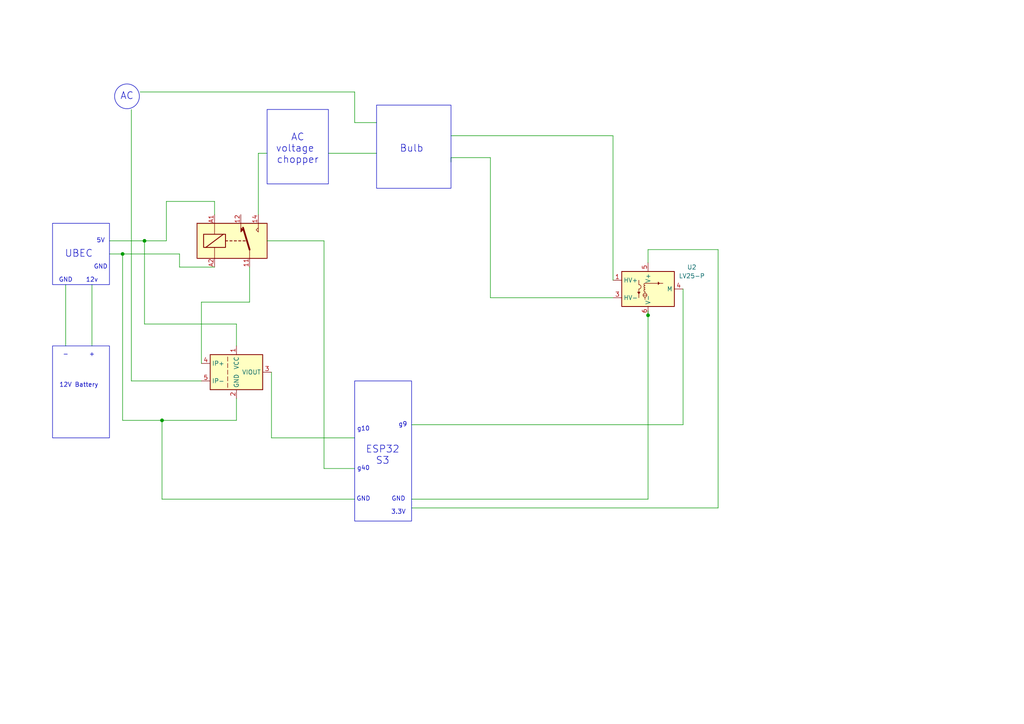
<source format=kicad_sch>
(kicad_sch (version 20231120) (generator "eeschema") (generator_version "8.0")
  (paper "A4")
  (lib_symbols
    (symbol "Relay:Fujitsu_FTR-LYCA005x"
      (property "Reference" "K" (at 11.43 3.81 0))
      (property "Value" "Fujitsu_FTR-LYCA005x" (at 11.43 1.27 0))
      (symbol "Fujitsu_FTR-LYCA005x_0_0"
        (polyline (pts (xy 7.62 5.08) (xy 7.62 2.54) (xy 6.985 3.175) (xy 7.62 3.81)))
      )
      (symbol "Fujitsu_FTR-LYCA005x_0_1"
        (rectangle (start -10.16 5.08) (end 10.16 -5.08) (stroke (width 0.254)) (fill (type background)))
        (rectangle (start -8.255 1.905) (end -1.905 -1.905) (stroke (width 0.254)))
        (polyline (pts (xy -7.62 -1.905) (xy -2.54 1.905)) (stroke (width 0.254)))
        (polyline (pts (xy -5.08 -5.08) (xy -5.08 -1.905)))
        (polyline (pts (xy -5.08 5.08) (xy -5.08 1.905)))
        (polyline (pts (xy -1.905 0) (xy -1.27 0)) (stroke (width 0.254)))
        (polyline (pts (xy -0.635 0) (xy 0 0)) (stroke (width 0.254)))
        (polyline (pts (xy 0.635 0) (xy 1.27 0)) (stroke (width 0.254)))
        (polyline (pts (xy 1.905 0) (xy 2.54 0)) (stroke (width 0.254)))
        (polyline (pts (xy 3.175 0) (xy 3.81 0)) (stroke (width 0.254)))
        (polyline (pts (xy 5.08 -2.54) (xy 3.175 3.81)) (stroke (width 0.508)))
        (polyline (pts (xy 5.08 -2.54) (xy 5.08 -5.08)))
        (polyline (pts (xy 2.54 5.08) (xy 2.54 2.54) (xy 3.175 3.175) (xy 2.54 3.81)) (fill (type outline)))
      )
      (symbol "Fujitsu_FTR-LYCA005x_1_1"
        (pin passive line (at 5.08 -7.62 90) (length 2.54) (name "~") (number "11"))
        (pin passive line (at 2.54 7.62 270) (length 2.54) (name "~") (number "12"))
        (pin passive line (at 7.62 7.62 270) (length 2.54) (name "~") (number "14"))
        (pin passive line (at -5.08 7.62 270) (length 2.54) (name "~") (number "A1"))
        (pin passive line (at -5.08 -7.62 90) (length 2.54) (name "~") (number "A2"))
      )
    )
    (symbol "Sensor_Current:ACS756xCB-100B-PFF"
      (property "Reference" "U" (at -7.62 6.35 0))
      (property "Value" "ACS756xCB-100B-PFF" (at 2.54 6.35 0))
      (symbol "ACS756xCB-100B-PFF_0_1"
        (rectangle (start -7.62 5.08) (end 7.62 -5.08) (stroke (width 0.254)) (fill (type background)))
        (polyline (pts (xy -2.54 -3.175) (xy -2.54 -4.445)))
        (polyline (pts (xy -2.54 -1.27) (xy -2.54 -2.54)))
        (polyline (pts (xy -2.54 0.635) (xy -2.54 -0.635)))
        (polyline (pts (xy -2.54 1.27) (xy -2.54 2.54)))
        (polyline (pts (xy -2.54 3.175) (xy -2.54 4.445)))
      )
      (symbol "ACS756xCB-100B-PFF_1_1"
        (pin power_in line (at 0 7.62 270) (length 2.54) (name "VCC") (number "1"))
        (pin power_in line (at 0 -7.62 90) (length 2.54) (name "GND") (number "2"))
        (pin output line (at 10.16 0 180) (length 2.54) (name "VIOUT") (number "3"))
        (pin passive line (at -10.16 2.54 0) (length 2.54) (name "IP+") (number "4"))
        (pin passive line (at -10.16 -2.54 0) (length 2.54) (name "IP-") (number "5"))
      )
    )
    (symbol "Sensor_Voltage:LV25-P"
      (property "Reference" "U" (at -6.35 6.35 0))
      (property "Value" "LV25-P" (at 5.08 6.35 0))
      (symbol "LV25-P_0_1"
        (arc (start -2.667 0) (mid -2.0347 0.635) (end -2.667 1.27))
        (circle (center -0.889 -1.778) (radius 0.5588))
        (arc (start -0.889 -0.127) (mid -1.1938 -0.4318) (end -0.889 -0.762))
        (arc (start -0.889 0.381) (mid -1.1419 0.127) (end -0.889 -0.127))
        (arc (start -0.889 1.016) (mid -1.1938 0.7112) (end -0.889 0.381))
        (arc (start -0.889 1.651) (mid -1.1938 1.3462) (end -0.889 1.016))
        (polyline (pts (xy -2.667 0) (xy -2.667 -2.54)))
        (polyline (pts (xy -2.667 2.54) (xy -2.667 1.27)))
        (polyline (pts (xy -1.397 -1.778) (xy -0.381 -1.778)))
        (polyline (pts (xy -0.889 -2.413) (xy -0.889 -3.048)))
        (polyline (pts (xy -0.889 -1.143) (xy -0.889 -0.762)))
        (polyline (pts (xy -0.889 1.651) (xy 4.318 1.651)))
        (polyline (pts (xy -2.921 -0.889) (xy -2.286 -0.889) (xy -2.667 -1.397) (xy -3.048 -0.889)) (fill (type outline)))
        (polyline (pts (xy 3.302 1.651) (xy 2.921 2.032) (xy 2.921 1.27) (xy 3.302 1.651)) (fill (type outline)))
        (rectangle (start 7.62 -5.08) (end -7.62 5.08) (stroke (width 0.254)) (fill (type background)))
      )
      (symbol "LV25-P_1_1"
        (pin input line (at -10.16 2.54 0) (length 2.54) (name "HV+") (number "1"))
        (pin input line (at -10.16 -2.54 0) (length 2.54) (name "HV-") (number "3"))
        (pin output line (at 10.16 0 180) (length 2.54) (name "M") (number "4"))
        (pin power_in line (at 0 7.62 270) (length 2.54) (name "V+") (number "5"))
        (pin power_in line (at 0 -7.62 90) (length 2.54) (name "V-") (number "6"))
      )
    )
  )
  (junction (at 35.56 73.66))
  (junction (at 187.96 91.44))
  (junction (at 41.91 69.85))
  (junction (at 46.99 121.92))
  (wire (pts (xy 142.24 45.72) (xy 142.24 86.36)))
  (wire (pts (xy 26.67 82.55) (xy 26.67 100.33)))
  (wire (pts (xy 62.23 58.42) (xy 62.23 62.23)))
  (wire (pts (xy 93.98 69.85) (xy 93.98 135.89)))
  (wire (pts (xy 68.58 93.98) (xy 68.58 100.33)))
  (wire (pts (xy 35.56 121.92) (xy 46.99 121.92)))
  (wire (pts (xy 58.42 110.49) (xy 38.1 110.49)))
  (wire (pts (xy 109.22 35.56) (xy 102.87 35.56)))
  (wire (pts (xy 177.8 81.28) (xy 177.8 39.37)))
  (wire (pts (xy 77.47 69.85) (xy 93.98 69.85)))
  (wire (pts (xy 102.87 35.56) (xy 102.87 26.67)))
  (wire (pts (xy 58.42 105.41) (xy 58.42 87.63)))
  (wire (pts (xy 31.75 73.66) (xy 35.56 73.66)))
  (wire (pts (xy 130.81 39.37) (xy 177.8 39.37)))
  (wire (pts (xy 187.96 72.39) (xy 208.28 72.39)))
  (wire (pts (xy 74.93 62.23) (xy 74.93 44.45)))
  (wire (pts (xy 177.8 86.36) (xy 142.24 86.36)))
  (wire (pts (xy 31.75 69.85) (xy 41.91 69.85)))
  (wire (pts (xy 68.58 121.92) (xy 68.58 115.57)))
  (wire (pts (xy 119.38 147.32) (xy 208.28 147.32)))
  (wire (pts (xy 19.05 82.55) (xy 19.05 100.33)))
  (wire (pts (xy 208.28 72.39) (xy 208.28 147.32)))
  (wire (pts (xy 74.93 44.45) (xy 77.47 44.45)))
  (wire (pts (xy 58.42 87.63) (xy 72.39 87.63)))
  (wire (pts (xy 35.56 73.66) (xy 52.07 73.66)))
  (wire (pts (xy 38.1 31.75) (xy 38.1 110.49)))
  (wire (pts (xy 119.38 123.19) (xy 198.12 123.19)))
  (wire (pts (xy 198.12 83.82) (xy 198.12 123.19)))
  (wire (pts (xy 41.91 69.85) (xy 48.26 69.85)))
  (wire (pts (xy 46.99 121.92) (xy 68.58 121.92)))
  (wire (pts (xy 142.24 45.72) (xy 130.81 45.72)))
  (wire (pts (xy 48.26 69.85) (xy 48.26 58.42)))
  (wire (pts (xy 95.25 44.45) (xy 109.22 44.45)))
  (wire (pts (xy 52.07 77.47) (xy 62.23 77.47)))
  (wire (pts (xy 72.39 87.63) (xy 72.39 77.47)))
  (wire (pts (xy 119.38 144.78) (xy 187.96 144.78)))
  (wire (pts (xy 187.96 90.17) (xy 187.96 91.44)))
  (wire (pts (xy 187.96 76.2) (xy 187.96 72.39)))
  (wire (pts (xy 46.99 121.92) (xy 46.99 144.78)))
  (wire (pts (xy 52.07 73.66) (xy 52.07 77.47)))
  (wire (pts (xy 93.98 135.89) (xy 102.87 135.89)))
  (wire (pts (xy 41.91 93.98) (xy 68.58 93.98)))
  (wire (pts (xy 41.91 69.85) (xy 41.91 93.98)))
  (wire (pts (xy 187.96 91.44) (xy 187.96 144.78)))
  (wire (pts (xy 46.99 144.78) (xy 102.87 144.78)))
  (wire (pts (xy 40.64 26.67) (xy 102.87 26.67)))
  (wire (pts (xy 102.87 127) (xy 78.74 127)))
  (wire (pts (xy 130.81 45.72) (xy 130.81 46.99)))
  (wire (pts (xy 35.56 73.66) (xy 35.56 121.92)))
  (wire (pts (xy 48.26 58.42) (xy 62.23 58.42)))
  (wire (pts (xy 78.74 127) (xy 78.74 107.95)))
  (rectangle (start 15.24 100.33) (end 31.75 127))
  (circle (center 36.83 27.94) (radius 3.5921))
  (rectangle (start 109.22 30.48) (end 130.81 54.61))
  (rectangle (start 102.87 110.49) (end 119.38 151.13))
  (rectangle (start 77.47 31.75) (end 95.25 53.34))
  (rectangle (start 15.24 64.77) (end 31.75 82.55))
  (text "12v" (at 26.67 81.28 0) (effects (font (size 1.27 1.27))))
  (text "GND" (at 29.21 77.47 0) (effects (font (size 1.27 1.27))))
  (text "g10" (at 105.41 124.46 0) (effects (font (size 1.27 1.27))))
  (text "12V Battery" (at 22.86 111.76 0) (effects (font (size 1.27 1.27))))
  (text "g9" (at 116.84 123.19 0) (effects (font (size 1.27 1.27))))
  (text "GND" (at 115.57 144.78 0) (effects (font (size 1.27 1.27))))
  (text "Bulb" (at 119.38 43.18 0) (effects (font (size 2.032 2.032))))
  (text "3.3V" (at 115.57 148.59 0) (effects (font (size 1.27 1.27))))
  (text "AC\nvoltage \nchopper" (at 86.36 43.18 0) (effects (font (size 2.032 2.032))))
  (text "ESP32 \nS3 " (at 111.76 132.08 0) (effects (font (size 2.032 2.032))))
  (text "GND" (at 19.05 81.28 0) (effects (font (size 1.27 1.27))))
  (text "UBEC" (at 22.86 73.66 0) (effects (font (size 2.032 2.032))))
  (text "-" (at 19.05 102.87 0) (effects (font (size 1.27 1.27))))
  (text "AC" (at 36.83 27.94 0) (effects (font (size 2.032 2.032))))
  (text "GND" (at 105.41 144.78 0) (effects (font (size 1.27 1.27))))
  (text "+" (at 26.67 102.87 0) (effects (font (size 1.27 1.27))))
  (text "5V" (at 29.21 69.85 0) (effects (font (size 1.27 1.27))))
  (text "g40" (at 105.41 135.89 0) (effects (font (size 1.27 1.27))))
  (symbol (lib_id "Sensor_Current:ACS756xCB-100B-PFF") (at 68.58 107.95 0) (unit 1)
    (property "Reference" "U1" (effects (hide yes)))
    (property "Value" "ACS756xCB-100B-PFF" (effects (hide yes)))
    (property "Footprint" "Sensor_Current:Allegro_CB_PFF" (effects (hide yes)))
    (property "Datasheet" "http://www.allegromicro.com/~/media/Files/Datasheets/ACS756-Datasheet.ashx?la=en" (effects (hide yes)))
    (property "Description" "±100A Bidirectional Hall-Effect Current Sensor, +5.0V supply, 20mV/A, CB-5 PFF" (effects (hide yes)))
  )
  (symbol (lib_id "Sensor_Voltage:LV25-P") (at 187.96 83.82 0) (unit 1)
    (property "Reference" "U2" (at 200.66 77.5014 0))
    (property "Value" "LV25-P" (at 200.66 80.0414 0))
    (property "Footprint" "Sensor_Voltage:LEM_LV25-P" (effects (hide yes)))
    (property "Datasheet" "https://www.lem.com/sites/default/files/products_datasheets/lv_25-p.pdf" (effects (hide yes)))
    (property "Description" "LEM Voltage transducer LV 25-P" (effects (hide yes)))
  )
  (symbol (lib_id "Relay:Fujitsu_FTR-LYCA005x") (at 67.31 69.85 0) (unit 1)
    (property "Reference" "K1" (effects (hide yes)))
    (property "Value" "Fujitsu_FTR-LYCA005x" (effects (hide yes)))
    (property "Footprint" "Relay_THT:Relay_SPDT_Fujitsu_FTR-LYCA005x_FormC_Vertical" (effects (hide yes)))
    (property "Datasheet" "https://www.fujitsu.com/sg/imagesgig5/ftr-ly.pdf" (effects (hide yes)))
    (property "Description" "Relay, SPDT Form C, vertical mount, 5-60V coil, 6A, 250VAC, 28 x 5 x 15mm" (effects (hide yes)))
  )
)
</source>
